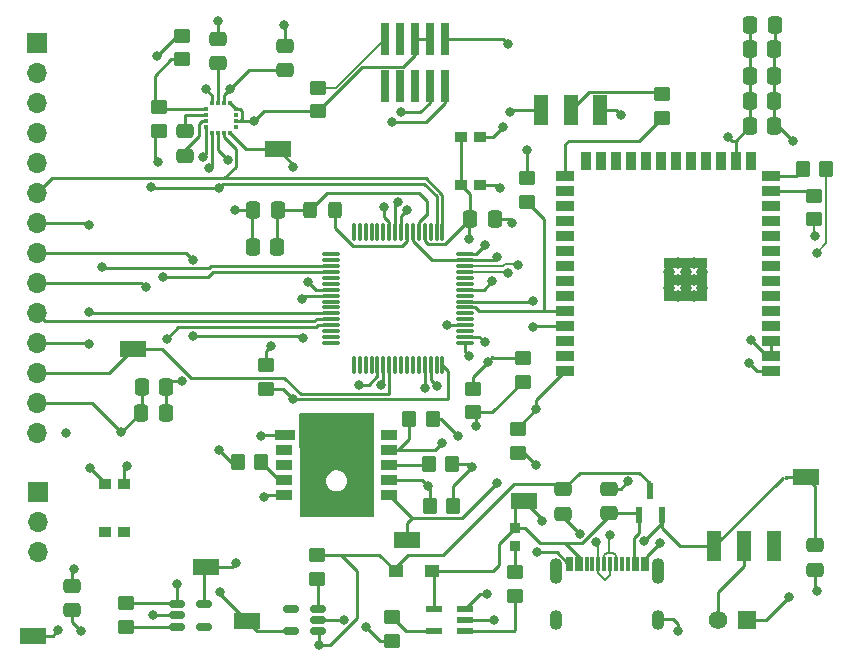
<source format=gbr>
%TF.GenerationSoftware,KiCad,Pcbnew,8.0.7*%
%TF.CreationDate,2024-12-23T22:44:15-05:00*%
%TF.ProjectId,OverSoon,4f766572-536f-46f6-9e2e-6b696361645f,rev?*%
%TF.SameCoordinates,Original*%
%TF.FileFunction,Copper,L1,Top*%
%TF.FilePolarity,Positive*%
%FSLAX46Y46*%
G04 Gerber Fmt 4.6, Leading zero omitted, Abs format (unit mm)*
G04 Created by KiCad (PCBNEW 8.0.7) date 2024-12-23 22:44:15*
%MOMM*%
%LPD*%
G01*
G04 APERTURE LIST*
G04 Aperture macros list*
%AMRoundRect*
0 Rectangle with rounded corners*
0 $1 Rounding radius*
0 $2 $3 $4 $5 $6 $7 $8 $9 X,Y pos of 4 corners*
0 Add a 4 corners polygon primitive as box body*
4,1,4,$2,$3,$4,$5,$6,$7,$8,$9,$2,$3,0*
0 Add four circle primitives for the rounded corners*
1,1,$1+$1,$2,$3*
1,1,$1+$1,$4,$5*
1,1,$1+$1,$6,$7*
1,1,$1+$1,$8,$9*
0 Add four rect primitives between the rounded corners*
20,1,$1+$1,$2,$3,$4,$5,0*
20,1,$1+$1,$4,$5,$6,$7,0*
20,1,$1+$1,$6,$7,$8,$9,0*
20,1,$1+$1,$8,$9,$2,$3,0*%
G04 Aperture macros list end*
%TA.AperFunction,SMDPad,CuDef*%
%ADD10RoundRect,0.250000X-0.475000X0.337500X-0.475000X-0.337500X0.475000X-0.337500X0.475000X0.337500X0*%
%TD*%
%TA.AperFunction,SMDPad,CuDef*%
%ADD11RoundRect,0.250000X-0.337500X-0.475000X0.337500X-0.475000X0.337500X0.475000X-0.337500X0.475000X0*%
%TD*%
%TA.AperFunction,SMDPad,CuDef*%
%ADD12RoundRect,0.250000X0.450000X-0.350000X0.450000X0.350000X-0.450000X0.350000X-0.450000X-0.350000X0*%
%TD*%
%TA.AperFunction,SMDPad,CuDef*%
%ADD13R,0.930000X0.910000*%
%TD*%
%TA.AperFunction,SMDPad,CuDef*%
%ADD14RoundRect,0.250000X0.350000X0.450000X-0.350000X0.450000X-0.350000X-0.450000X0.350000X-0.450000X0*%
%TD*%
%TA.AperFunction,SMDPad,CuDef*%
%ADD15RoundRect,0.250000X-0.450000X0.350000X-0.450000X-0.350000X0.450000X-0.350000X0.450000X0.350000X0*%
%TD*%
%TA.AperFunction,SMDPad,CuDef*%
%ADD16RoundRect,0.250000X0.475000X-0.337500X0.475000X0.337500X-0.475000X0.337500X-0.475000X-0.337500X0*%
%TD*%
%TA.AperFunction,SMDPad,CuDef*%
%ADD17R,0.450000X0.300000*%
%TD*%
%TA.AperFunction,SMDPad,CuDef*%
%ADD18R,0.300000X0.450000*%
%TD*%
%TA.AperFunction,SMDPad,CuDef*%
%ADD19R,1.200000X2.500000*%
%TD*%
%TA.AperFunction,SMDPad,CuDef*%
%ADD20R,0.558800X1.320800*%
%TD*%
%TA.AperFunction,SMDPad,CuDef*%
%ADD21R,1.676400X0.863600*%
%TD*%
%TA.AperFunction,SMDPad,CuDef*%
%ADD22R,1.422400X0.863600*%
%TD*%
%TA.AperFunction,SMDPad,CuDef*%
%ADD23R,2.200000X1.400000*%
%TD*%
%TA.AperFunction,SMDPad,CuDef*%
%ADD24RoundRect,0.250000X-0.350000X-0.450000X0.350000X-0.450000X0.350000X0.450000X-0.350000X0.450000X0*%
%TD*%
%TA.AperFunction,SMDPad,CuDef*%
%ADD25R,0.650000X2.760000*%
%TD*%
%TA.AperFunction,ComponentPad*%
%ADD26R,1.700000X1.700000*%
%TD*%
%TA.AperFunction,ComponentPad*%
%ADD27O,1.700000X1.700000*%
%TD*%
%TA.AperFunction,SMDPad,CuDef*%
%ADD28RoundRect,0.150000X-0.512500X-0.150000X0.512500X-0.150000X0.512500X0.150000X-0.512500X0.150000X0*%
%TD*%
%TA.AperFunction,SMDPad,CuDef*%
%ADD29R,1.500000X0.900000*%
%TD*%
%TA.AperFunction,SMDPad,CuDef*%
%ADD30R,0.900000X1.500000*%
%TD*%
%TA.AperFunction,SMDPad,CuDef*%
%ADD31R,0.900000X0.900000*%
%TD*%
%TA.AperFunction,ComponentPad*%
%ADD32C,1.000000*%
%TD*%
%TA.AperFunction,SMDPad,CuDef*%
%ADD33RoundRect,0.250000X0.325000X0.450000X-0.325000X0.450000X-0.325000X-0.450000X0.325000X-0.450000X0*%
%TD*%
%TA.AperFunction,SMDPad,CuDef*%
%ADD34R,1.320800X0.508000*%
%TD*%
%TA.AperFunction,SMDPad,CuDef*%
%ADD35R,0.990600X0.889000*%
%TD*%
%TA.AperFunction,SMDPad,CuDef*%
%ADD36RoundRect,0.150000X0.512500X0.150000X-0.512500X0.150000X-0.512500X-0.150000X0.512500X-0.150000X0*%
%TD*%
%TA.AperFunction,SMDPad,CuDef*%
%ADD37RoundRect,0.250000X0.337500X0.475000X-0.337500X0.475000X-0.337500X-0.475000X0.337500X-0.475000X0*%
%TD*%
%TA.AperFunction,SMDPad,CuDef*%
%ADD38RoundRect,0.075000X-0.662500X-0.075000X0.662500X-0.075000X0.662500X0.075000X-0.662500X0.075000X0*%
%TD*%
%TA.AperFunction,SMDPad,CuDef*%
%ADD39RoundRect,0.075000X-0.075000X-0.662500X0.075000X-0.662500X0.075000X0.662500X-0.075000X0.662500X0*%
%TD*%
%TA.AperFunction,SMDPad,CuDef*%
%ADD40R,0.300000X1.150000*%
%TD*%
%TA.AperFunction,ComponentPad*%
%ADD41O,1.100000X2.200000*%
%TD*%
%TA.AperFunction,ComponentPad*%
%ADD42O,1.100000X1.700000*%
%TD*%
%TA.AperFunction,SMDPad,CuDef*%
%ADD43R,1.143000X1.092200*%
%TD*%
%TA.AperFunction,ComponentPad*%
%ADD44R,1.575000X1.575000*%
%TD*%
%TA.AperFunction,ComponentPad*%
%ADD45C,1.575000*%
%TD*%
%TA.AperFunction,ViaPad*%
%ADD46C,0.800000*%
%TD*%
%TA.AperFunction,Conductor*%
%ADD47C,0.250000*%
%TD*%
%TA.AperFunction,Conductor*%
%ADD48C,0.152400*%
%TD*%
%TA.AperFunction,Conductor*%
%ADD49C,0.200000*%
%TD*%
G04 APERTURE END LIST*
D10*
%TO.P,C3,1*%
%TO.N,Net-(U2-D)*%
X217246200Y-137980600D03*
%TO.P,C3,2*%
%TO.N,GND*%
X217246200Y-140055600D03*
%TD*%
D11*
%TO.P,C11,1*%
%TO.N,Net-(U11-~{RESET})*%
X209346800Y-115138200D03*
%TO.P,C11,2*%
%TO.N,GND*%
X211421800Y-115138200D03*
%TD*%
D12*
%TO.P,R15,1*%
%TO.N,+BATT*%
X213817200Y-128879600D03*
%TO.P,R15,2*%
%TO.N,Net-(U11-~{RESET})*%
X213817200Y-126879600D03*
%TD*%
D13*
%TO.P,D1,A*%
%TO.N,VBUS*%
X213106000Y-141304200D03*
%TO.P,D1,C*%
%TO.N,Net-(D1-PadC)*%
X213106000Y-142824200D03*
%TD*%
D14*
%TO.P,R12,1*%
%TO.N,D+*%
X239496600Y-110871000D03*
%TO.P,R12,2*%
%TO.N,Net-(U7-IO20)*%
X237496600Y-110871000D03*
%TD*%
D15*
%TO.P,R13,1*%
%TO.N,Net-(SW2-B)*%
X225577400Y-104546400D03*
%TO.P,R13,2*%
%TO.N,Net-(U7-IO0)*%
X225577400Y-106546400D03*
%TD*%
D16*
%TO.P,C9,1*%
%TO.N,Net-(U6-C1)*%
X187960000Y-101904800D03*
%TO.P,C9,2*%
%TO.N,GND*%
X187960000Y-99829800D03*
%TD*%
D17*
%TO.P,U6,1,VDDIO*%
%TO.N,Net-(U6-VDDIO)*%
X186964400Y-105777600D03*
%TO.P,U6,2,SETC*%
%TO.N,Net-(U6-SETC)*%
X186964400Y-106277600D03*
%TO.P,U6,3,SETP*%
%TO.N,Net-(U6-SETP)*%
X186964400Y-106777600D03*
%TO.P,U6,4,SCL/SPC*%
%TO.N,SCLK*%
X186964400Y-107277600D03*
D18*
%TO.P,U6,5,GND*%
%TO.N,GND*%
X187489400Y-107802600D03*
%TO.P,U6,6,SDA/SDI/SDO*%
%TO.N,to_MOSI*%
X187989400Y-107802600D03*
%TO.P,U6,7,SDO/SAO*%
%TO.N,to_MISO*%
X188489400Y-107802600D03*
%TO.P,U6,8,CS*%
%TO.N,ACCEL_CS*%
X188989400Y-107802600D03*
D17*
%TO.P,U6,9,INT2*%
%TO.N,unconnected-(U6-INT2-Pad9)*%
X189514400Y-107277600D03*
%TO.P,U6,10,GND*%
%TO.N,GND*%
X189514400Y-106777600D03*
%TO.P,U6,11,INT1*%
%TO.N,unconnected-(U6-INT1-Pad11)*%
X189514400Y-106277600D03*
%TO.P,U6,12,GND*%
%TO.N,GND*%
X189514400Y-105777600D03*
D18*
%TO.P,U6,13,GND*%
X188989400Y-105252600D03*
%TO.P,U6,14,VDD*%
%TO.N,+3V3*%
X188489400Y-105252600D03*
%TO.P,U6,15,C1*%
%TO.N,Net-(U6-C1)*%
X187989400Y-105252600D03*
%TO.P,U6,16,GND*%
%TO.N,GND*%
X187489400Y-105252600D03*
%TD*%
D10*
%TO.P,C8,1*%
%TO.N,Net-(U6-SETC)*%
X185191400Y-107653000D03*
%TO.P,C8,2*%
%TO.N,Net-(U6-SETP)*%
X185191400Y-109728000D03*
%TD*%
D19*
%TO.P,SW2,1,A*%
%TO.N,GND*%
X220355800Y-105899400D03*
%TO.P,SW2,2,B*%
%TO.N,Net-(SW2-B)*%
X217855800Y-105899400D03*
%TO.P,SW2,3,C*%
%TO.N,+3V3*%
X215355800Y-105899400D03*
%TD*%
D20*
%TO.P,U2,1,G*%
%TO.N,VBUS*%
X223621600Y-140182600D03*
%TO.P,U2,2,S*%
%TO.N,+BATT*%
X225552000Y-140182600D03*
%TO.P,U2,3,D*%
%TO.N,Net-(U2-D)*%
X224586800Y-138150600D03*
%TD*%
D21*
%TO.P,U5,1,FORCE_ON*%
%TO.N,+3V3*%
X193700400Y-133389350D03*
D22*
%TO.P,U5,2,1PPS*%
%TO.N,unconnected-(U5-1PPS-Pad2)*%
X193573400Y-134659350D03*
%TO.P,U5,3,TX*%
%TO.N,unconnected-(U5-TX-Pad3)*%
X193573400Y-135929350D03*
%TO.P,U5,4,VCC*%
%TO.N,Net-(U5-VCC)*%
X193573400Y-137199350D03*
%TO.P,U5,5,GND*%
%TO.N,GND*%
X193573400Y-138469350D03*
%TO.P,U5,6,WAKEUP*%
%TO.N,GPS_WAKEUP*%
X202514200Y-138469350D03*
%TO.P,U5,7,RST*%
%TO.N,SDA*%
X202514200Y-137199350D03*
%TO.P,U5,8,'RESET*%
%TO.N,Net-(U5-'RESET)*%
X202514200Y-135929350D03*
%TO.P,U5,9,CTS*%
%TO.N,SCL*%
X202514200Y-134659350D03*
%TO.P,U5,10,RX*%
%TO.N,unconnected-(U5-RX-Pad10)*%
X202514200Y-133389350D03*
%TD*%
D23*
%TO.P,TP7,1*%
%TO.N,ACCEL_CS*%
X193040000Y-109194600D03*
%TD*%
D24*
%TO.P,R6,1*%
%TO.N,Net-(U5-'RESET)*%
X205848200Y-135839200D03*
%TO.P,R6,2*%
%TO.N,+3V3*%
X207848200Y-135839200D03*
%TD*%
D25*
%TO.P,J3,1,1*%
%TO.N,+3V3*%
X207238600Y-99822000D03*
%TO.P,J3,2,2*%
%TO.N,TMS*%
X207238600Y-103862000D03*
%TO.P,J3,3,3*%
%TO.N,GND*%
X205968600Y-99822000D03*
%TO.P,J3,4,4*%
%TO.N,TCK*%
X205968600Y-103862000D03*
%TO.P,J3,5,5*%
%TO.N,GND*%
X204698600Y-99822000D03*
%TO.P,J3,6,6*%
%TO.N,unconnected-(J3-Pad6)*%
X204698600Y-103862000D03*
%TO.P,J3,7,7*%
%TO.N,unconnected-(J3-Pad7)*%
X203428600Y-99822000D03*
%TO.P,J3,8,8*%
%TO.N,unconnected-(J3-Pad8)*%
X203428600Y-103862000D03*
%TO.P,J3,9,9*%
%TO.N,Net-(J3-Pad9)*%
X202158600Y-99822000D03*
%TO.P,J3,10,10*%
%TO.N,unconnected-(J3-Pad10)*%
X202158600Y-103862000D03*
%TD*%
D23*
%TO.P,TP5,1*%
%TO.N,+1V8*%
X190474600Y-149174200D03*
%TD*%
D26*
%TO.P,U8,1,T_IRQ*%
%TO.N,unconnected-(U8-T_IRQ-Pad1)*%
X172694600Y-100203000D03*
D27*
%TO.P,U8,2,T_D0*%
%TO.N,unconnected-(U8-T_D0-Pad2)*%
X172694600Y-102743000D03*
%TO.P,U8,3,T_DIN*%
%TO.N,unconnected-(U8-T_DIN-Pad3)*%
X172694600Y-105283000D03*
%TO.P,U8,4,T_CS*%
%TO.N,unconnected-(U8-T_CS-Pad4)*%
X172694600Y-107823000D03*
%TO.P,U8,5,T_CLK*%
%TO.N,unconnected-(U8-T_CLK-Pad5)*%
X172694600Y-110363000D03*
%TO.P,U8,6,MISO*%
%TO.N,to_MISO*%
X172694600Y-112903000D03*
%TO.P,U8,7,LED*%
%TO.N,SCREEN_LED*%
X172694600Y-115443000D03*
%TO.P,U8,8,SCK*%
%TO.N,SCLK*%
X172694600Y-117983000D03*
%TO.P,U8,9,MOSI*%
%TO.N,to_MOSI*%
X172694600Y-120523000D03*
%TO.P,U8,10,DC*%
%TO.N,SCREEN_D{slash}C*%
X172694600Y-123063000D03*
%TO.P,U8,11,RESET*%
%TO.N,Net-(U8-RESET)*%
X172694600Y-125603000D03*
%TO.P,U8,12,CS*%
%TO.N,SCREEN_CS*%
X172694600Y-128143000D03*
%TO.P,U8,13,GND*%
%TO.N,GND*%
X172694600Y-130683000D03*
%TO.P,U8,14,VCC*%
%TO.N,+3V3*%
X172694600Y-133223000D03*
%TD*%
D14*
%TO.P,R19,1*%
%TO.N,Net-(U5-VCC)*%
X191668400Y-135661400D03*
%TO.P,R19,2*%
%TO.N,+3V3*%
X189668400Y-135661400D03*
%TD*%
D10*
%TO.P,C2,1*%
%TO.N,+BATT*%
X238582200Y-142722600D03*
%TO.P,C2,2*%
%TO.N,GND*%
X238582200Y-144797600D03*
%TD*%
D12*
%TO.P,R3,1*%
%TO.N,VBUS*%
X213360000Y-134924800D03*
%TO.P,R3,2*%
%TO.N,GND*%
X213360000Y-132924800D03*
%TD*%
D19*
%TO.P,SW1,1,A*%
%TO.N,unconnected-(SW1-A-Pad1)*%
X235033400Y-142831000D03*
%TO.P,SW1,2,B*%
%TO.N,Net-(SW1-B)*%
X232533400Y-142831000D03*
%TO.P,SW1,3,C*%
%TO.N,+BATT*%
X230033400Y-142831000D03*
%TD*%
D28*
%TO.P,U3,1,VIN*%
%TO.N,Net-(U2-D)*%
X184561900Y-147716200D03*
%TO.P,U3,2,GND*%
%TO.N,GND*%
X184561900Y-148666200D03*
%TO.P,U3,3,EN*%
%TO.N,Net-(U3-EN)*%
X184561900Y-149616200D03*
%TO.P,U3,4,NC*%
%TO.N,unconnected-(U3-NC-Pad4)*%
X186836900Y-149616200D03*
%TO.P,U3,5,VOUT*%
%TO.N,+3V3*%
X186836900Y-147716200D03*
%TD*%
D15*
%TO.P,R16,1*%
%TO.N,+3V3*%
X192074800Y-127457200D03*
%TO.P,R16,2*%
%TO.N,ACCEL_CS*%
X192074800Y-129457200D03*
%TD*%
D16*
%TO.P,C10,1*%
%TO.N,+3V3*%
X193675000Y-102514400D03*
%TO.P,C10,2*%
%TO.N,GND*%
X193675000Y-100439400D03*
%TD*%
D29*
%TO.P,U7,1,GND*%
%TO.N,GND*%
X234860800Y-127970600D03*
%TO.P,U7,2,3V3*%
%TO.N,+3V3*%
X234860800Y-126700600D03*
%TO.P,U7,3,EN*%
X234860800Y-125430600D03*
%TO.P,U7,4,IO4*%
%TO.N,unconnected-(U7-IO4-Pad4)*%
X234860800Y-124160600D03*
%TO.P,U7,5,IO5*%
%TO.N,unconnected-(U7-IO5-Pad5)*%
X234860800Y-122890600D03*
%TO.P,U7,6,IO6*%
%TO.N,unconnected-(U7-IO6-Pad6)*%
X234860800Y-121620600D03*
%TO.P,U7,7,IO7*%
%TO.N,unconnected-(U7-IO7-Pad7)*%
X234860800Y-120350600D03*
%TO.P,U7,8,IO15*%
%TO.N,unconnected-(U7-IO15-Pad8)*%
X234860800Y-119080600D03*
%TO.P,U7,9,IO16*%
%TO.N,unconnected-(U7-IO16-Pad9)*%
X234860800Y-117810600D03*
%TO.P,U7,10,IO17*%
%TO.N,unconnected-(U7-IO17-Pad10)*%
X234860800Y-116540600D03*
%TO.P,U7,11,IO18*%
%TO.N,unconnected-(U7-IO18-Pad11)*%
X234860800Y-115270600D03*
%TO.P,U7,12,IO8*%
%TO.N,unconnected-(U7-IO8-Pad12)*%
X234860800Y-114000600D03*
%TO.P,U7,13,IO19*%
%TO.N,Net-(U7-IO19)*%
X234860800Y-112730600D03*
%TO.P,U7,14,IO20*%
%TO.N,Net-(U7-IO20)*%
X234860800Y-111460600D03*
D30*
%TO.P,U7,15,IO3*%
%TO.N,unconnected-(U7-IO3-Pad15)*%
X233095800Y-110210600D03*
%TO.P,U7,16,IO46*%
%TO.N,GND*%
X231825800Y-110210600D03*
%TO.P,U7,17,IO9*%
%TO.N,unconnected-(U7-IO9-Pad17)*%
X230555800Y-110210600D03*
%TO.P,U7,18,IO10*%
%TO.N,unconnected-(U7-IO10-Pad18)*%
X229285800Y-110210600D03*
%TO.P,U7,19,IO11*%
%TO.N,unconnected-(U7-IO11-Pad19)*%
X228015800Y-110210600D03*
%TO.P,U7,20,IO12*%
%TO.N,unconnected-(U7-IO12-Pad20)*%
X226745800Y-110210600D03*
%TO.P,U7,21,IO13*%
%TO.N,unconnected-(U7-IO13-Pad21)*%
X225475800Y-110210600D03*
%TO.P,U7,22,IO14*%
%TO.N,unconnected-(U7-IO14-Pad22)*%
X224205800Y-110210600D03*
%TO.P,U7,23,IO21*%
%TO.N,unconnected-(U7-IO21-Pad23)*%
X222935800Y-110210600D03*
%TO.P,U7,24,IO47*%
%TO.N,unconnected-(U7-IO47-Pad24)*%
X221665800Y-110210600D03*
%TO.P,U7,25,IO48*%
%TO.N,unconnected-(U7-IO48-Pad25)*%
X220395800Y-110210600D03*
%TO.P,U7,26,IO45*%
%TO.N,unconnected-(U7-IO45-Pad26)*%
X219125800Y-110210600D03*
D29*
%TO.P,U7,27,IO0*%
%TO.N,Net-(U7-IO0)*%
X217360800Y-111460600D03*
%TO.P,U7,28,IO35*%
%TO.N,unconnected-(U7-IO35-Pad28)*%
X217360800Y-112730600D03*
%TO.P,U7,29,IO36*%
%TO.N,unconnected-(U7-IO36-Pad29)*%
X217360800Y-114000600D03*
%TO.P,U7,30,IO37*%
%TO.N,unconnected-(U7-IO37-Pad30)*%
X217360800Y-115270600D03*
%TO.P,U7,31,IO38*%
%TO.N,unconnected-(U7-IO38-Pad31)*%
X217360800Y-116540600D03*
%TO.P,U7,32,IO39*%
%TO.N,unconnected-(U7-IO39-Pad32)*%
X217360800Y-117810600D03*
%TO.P,U7,33,IO40*%
%TO.N,unconnected-(U7-IO40-Pad33)*%
X217360800Y-119080600D03*
%TO.P,U7,34,IO41*%
%TO.N,unconnected-(U7-IO41-Pad34)*%
X217360800Y-120350600D03*
%TO.P,U7,35,IO42*%
%TO.N,unconnected-(U7-IO42-Pad35)*%
X217360800Y-121620600D03*
%TO.P,U7,36,RXD0*%
%TO.N,MCU_TX*%
X217360800Y-122890600D03*
%TO.P,U7,37,TXD0*%
%TO.N,MCU_RX*%
X217360800Y-124160600D03*
%TO.P,U7,38,IO2*%
%TO.N,unconnected-(U7-IO2-Pad38)*%
X217360800Y-125430600D03*
%TO.P,U7,39,IO1*%
%TO.N,unconnected-(U7-IO1-Pad39)*%
X217360800Y-126700600D03*
%TO.P,U7,40,GND*%
%TO.N,GND*%
X217360800Y-127970600D03*
D31*
%TO.P,U7,41_1,GND*%
X227610800Y-120250600D03*
%TO.P,U7,41_2,GND*%
X229010800Y-120250600D03*
%TO.P,U7,41_3,GND*%
X226210800Y-120250600D03*
%TO.P,U7,41_4,GND*%
X229010800Y-118850600D03*
%TO.P,U7,41_5,GND*%
X227610800Y-118850600D03*
%TO.P,U7,41_6,GND*%
X226210800Y-118850600D03*
%TO.P,U7,41_7,GND*%
X229010800Y-121650600D03*
%TO.P,U7,41_8,GND*%
X227610800Y-121650600D03*
%TO.P,U7,41_9,GND*%
X226210800Y-121650600D03*
D32*
%TO.P,U7,41_10*%
%TO.N,N/C*%
X227610800Y-120950600D03*
%TO.P,U7,41_11*%
X229010800Y-120950600D03*
%TO.P,U7,41_12*%
X226210800Y-120950600D03*
%TO.P,U7,41_13*%
X229010800Y-119550600D03*
%TO.P,U7,41_14*%
X227610800Y-119550600D03*
%TO.P,U7,41_15*%
X226210800Y-119550600D03*
%TO.P,U7,41_16*%
X228310800Y-121650600D03*
%TO.P,U7,41_17*%
X226910800Y-121650600D03*
%TO.P,U7,41_18*%
X228310800Y-120250600D03*
%TO.P,U7,41_19*%
X226910800Y-120250600D03*
%TO.P,U7,41_20*%
X228310800Y-118850600D03*
%TO.P,U7,41_21*%
X226910800Y-118850600D03*
%TD*%
D15*
%TO.P,R5,1*%
%TO.N,Net-(U2-D)*%
X196418200Y-143560800D03*
%TO.P,R5,2*%
%TO.N,Net-(U4-EN)*%
X196418200Y-145560800D03*
%TD*%
D33*
%TO.P,L1,1,1*%
%TO.N,Net-(U11-VSW)*%
X197866000Y-114300000D03*
%TO.P,L1,2,2*%
%TO.N,Net-(U11-VDDCORE)*%
X195816000Y-114300000D03*
%TD*%
D11*
%TO.P,C14,1*%
%TO.N,GND*%
X233037200Y-102997000D03*
%TO.P,C14,2*%
%TO.N,+3V3*%
X235112200Y-102997000D03*
%TD*%
D24*
%TO.P,R7,1*%
%TO.N,SDA*%
X205917800Y-139395200D03*
%TO.P,R7,2*%
%TO.N,+3V3*%
X207917800Y-139395200D03*
%TD*%
D16*
%TO.P,C1,1*%
%TO.N,VBUS*%
X221107000Y-140026300D03*
%TO.P,C1,2*%
%TO.N,GND*%
X221107000Y-137951300D03*
%TD*%
D12*
%TO.P,R11,1*%
%TO.N,D-*%
X238480600Y-115138200D03*
%TO.P,R11,2*%
%TO.N,Net-(U7-IO19)*%
X238480600Y-113138200D03*
%TD*%
D23*
%TO.P,TP8,1*%
%TO.N,SCREEN_CS*%
X180822600Y-126085600D03*
%TD*%
D15*
%TO.P,R10,1*%
%TO.N,+3V3*%
X184937400Y-99593400D03*
%TO.P,R10,2*%
%TO.N,Net-(U6-VDDIO)*%
X184937400Y-101593400D03*
%TD*%
D23*
%TO.P,TP3,1*%
%TO.N,VBUS*%
X213868000Y-138963400D03*
%TD*%
D15*
%TO.P,R9,1*%
%TO.N,Net-(U6-VDDIO)*%
X182981600Y-105654600D03*
%TO.P,R9,2*%
%TO.N,+1V8*%
X182981600Y-107654600D03*
%TD*%
D34*
%TO.P,U1,1,STAT*%
%TO.N,Net-(U1-STAT)*%
X208915000Y-150022601D03*
%TO.P,U1,2,VSS*%
%TO.N,GND*%
X208915000Y-149072600D03*
%TO.P,U1,3,VBAT*%
%TO.N,+BATT*%
X208915000Y-148122599D03*
%TO.P,U1,4,VDD*%
%TO.N,VBUS*%
X206324200Y-148122599D03*
%TO.P,U1,5,PROG*%
%TO.N,Net-(U1-PROG)*%
X206324200Y-150022601D03*
%TD*%
D11*
%TO.P,C16,1*%
%TO.N,GND*%
X233023700Y-107264200D03*
%TO.P,C16,2*%
%TO.N,+3V3*%
X235098700Y-107264200D03*
%TD*%
D12*
%TO.P,R1,1*%
%TO.N,Net-(U1-STAT)*%
X213106000Y-146989800D03*
%TO.P,R1,2*%
%TO.N,Net-(D1-PadC)*%
X213106000Y-144989800D03*
%TD*%
D15*
%TO.P,R18,1*%
%TO.N,+3V3*%
X214147400Y-111665000D03*
%TO.P,R18,2*%
%TO.N,MCU_TX*%
X214147400Y-113665000D03*
%TD*%
D23*
%TO.P,TP2,1*%
%TO.N,+BATT*%
X237820200Y-136956800D03*
%TD*%
D35*
%TO.P,U10,1,1*%
%TO.N,Net-(U11-~{RESET})*%
X208584800Y-108153200D03*
%TO.P,U10,2,2*%
%TO.N,GND*%
X210184802Y-108153200D03*
%TO.P,U10,3,3*%
%TO.N,Net-(U11-~{RESET})*%
X208584800Y-112253196D03*
%TO.P,U10,4,4*%
%TO.N,GND*%
X210184802Y-112253196D03*
%TD*%
%TO.P,U9,1,1*%
%TO.N,Net-(U8-RESET)*%
X178460400Y-137505004D03*
%TO.P,U9,2,2*%
%TO.N,GND*%
X180060402Y-137505004D03*
%TO.P,U9,3,3*%
%TO.N,unconnected-(U9-Pad3)*%
X178460400Y-141605000D03*
%TO.P,U9,4,4*%
%TO.N,unconnected-(U9-Pad4)*%
X180060402Y-141605000D03*
%TD*%
D36*
%TO.P,U4,1,VIN*%
%TO.N,Net-(U2-D)*%
X196438100Y-149997200D03*
%TO.P,U4,2,GND*%
%TO.N,GND*%
X196438100Y-149047200D03*
%TO.P,U4,3,EN*%
%TO.N,Net-(U4-EN)*%
X196438100Y-148097200D03*
%TO.P,U4,4,NC*%
%TO.N,unconnected-(U4-NC-Pad4)*%
X194163100Y-148097200D03*
%TO.P,U4,5,VOUT*%
%TO.N,+1V8*%
X194163100Y-149997200D03*
%TD*%
D37*
%TO.P,C5,1*%
%TO.N,+1V8*%
X183616600Y-129311400D03*
%TO.P,C5,2*%
%TO.N,GND*%
X181541600Y-129311400D03*
%TD*%
%TO.P,C7,1*%
%TO.N,+1V8*%
X183591200Y-131495800D03*
%TO.P,C7,2*%
%TO.N,GND*%
X181516200Y-131495800D03*
%TD*%
D38*
%TO.P,U11,1,PA00*%
%TO.N,unconnected-(U11-PA00-Pad1)*%
X197588300Y-118093800D03*
%TO.P,U11,2,PA01*%
%TO.N,unconnected-(U11-PA01-Pad2)*%
X197588300Y-118593800D03*
%TO.P,U11,3,PA02*%
%TO.N,EX1*%
X197588300Y-119093800D03*
%TO.P,U11,4,PA03*%
%TO.N,EX2*%
X197588300Y-119593800D03*
%TO.P,U11,5,PB04*%
%TO.N,unconnected-(U11-PB04-Pad5)*%
X197588300Y-120093800D03*
%TO.P,U11,6,PB05*%
%TO.N,unconnected-(U11-PB05-Pad6)*%
X197588300Y-120593800D03*
%TO.P,U11,7,GNDANA*%
%TO.N,GND*%
X197588300Y-121093800D03*
%TO.P,U11,8,VDDANA*%
%TO.N,+3V3*%
X197588300Y-121593800D03*
%TO.P,U11,9,PB06*%
%TO.N,unconnected-(U11-PB06-Pad9)*%
X197588300Y-122093800D03*
%TO.P,U11,10,PB07*%
%TO.N,unconnected-(U11-PB07-Pad10)*%
X197588300Y-122593800D03*
%TO.P,U11,11,PB08*%
%TO.N,SCREEN_LED*%
X197588300Y-123093800D03*
%TO.P,U11,12,PB09*%
%TO.N,SCREEN_D{slash}C*%
X197588300Y-123593800D03*
%TO.P,U11,13,PA04*%
%TO.N,EX3*%
X197588300Y-124093800D03*
%TO.P,U11,14,PA05*%
%TO.N,unconnected-(U11-PA05-Pad14)*%
X197588300Y-124593800D03*
%TO.P,U11,15,PA06*%
%TO.N,unconnected-(U11-PA06-Pad15)*%
X197588300Y-125093800D03*
%TO.P,U11,16,PA07*%
%TO.N,unconnected-(U11-PA07-Pad16)*%
X197588300Y-125593800D03*
D39*
%TO.P,U11,17,PA08*%
%TO.N,unconnected-(U11-PA08-Pad17)*%
X199500800Y-127506300D03*
%TO.P,U11,18,PA09*%
%TO.N,unconnected-(U11-PA09-Pad18)*%
X200000800Y-127506300D03*
%TO.P,U11,19,PA10*%
%TO.N,unconnected-(U11-PA10-Pad19)*%
X200500800Y-127506300D03*
%TO.P,U11,20,PA11*%
%TO.N,unconnected-(U11-PA11-Pad20)*%
X201000800Y-127506300D03*
%TO.P,U11,21,VDDIOB*%
%TO.N,+3V3*%
X201500800Y-127506300D03*
%TO.P,U11,22,GND*%
%TO.N,GND*%
X202000800Y-127506300D03*
%TO.P,U11,23,PB10*%
%TO.N,SCREEN_CS*%
X202500800Y-127506300D03*
%TO.P,U11,24,PB11*%
%TO.N,unconnected-(U11-PB11-Pad24)*%
X203000800Y-127506300D03*
%TO.P,U11,25,PB12*%
%TO.N,unconnected-(U11-PB12-Pad25)*%
X203500800Y-127506300D03*
%TO.P,U11,26,PB13*%
%TO.N,unconnected-(U11-PB13-Pad26)*%
X204000800Y-127506300D03*
%TO.P,U11,27,PB14*%
%TO.N,unconnected-(U11-PB14-Pad27)*%
X204500800Y-127506300D03*
%TO.P,U11,28,PB15*%
%TO.N,unconnected-(U11-PB15-Pad28)*%
X205000800Y-127506300D03*
%TO.P,U11,29,PA12*%
%TO.N,SDA*%
X205500800Y-127506300D03*
%TO.P,U11,30,PA13*%
%TO.N,SCL*%
X206000800Y-127506300D03*
%TO.P,U11,31,PA14*%
%TO.N,unconnected-(U11-PA14-Pad31)*%
X206500800Y-127506300D03*
%TO.P,U11,32,PA15*%
%TO.N,ACCEL_CS*%
X207000800Y-127506300D03*
D38*
%TO.P,U11,33,GND*%
%TO.N,GND*%
X208913300Y-125593800D03*
%TO.P,U11,34,VDDIO*%
%TO.N,+3V3*%
X208913300Y-125093800D03*
%TO.P,U11,35,PA16*%
%TO.N,unconnected-(U11-PA16-Pad35)*%
X208913300Y-124593800D03*
%TO.P,U11,36,PA17*%
%TO.N,SCLK*%
X208913300Y-124093800D03*
%TO.P,U11,37,PA18*%
%TO.N,unconnected-(U11-PA18-Pad37)*%
X208913300Y-123593800D03*
%TO.P,U11,38,PA19*%
%TO.N,unconnected-(U11-PA19-Pad38)*%
X208913300Y-123093800D03*
%TO.P,U11,39,PB16*%
%TO.N,MCU_TX*%
X208913300Y-122593800D03*
%TO.P,U11,40,PB17*%
%TO.N,MCU_RX*%
X208913300Y-122093800D03*
%TO.P,U11,41,PA20*%
%TO.N,unconnected-(U11-PA20-Pad41)*%
X208913300Y-121593800D03*
%TO.P,U11,42,PA21*%
%TO.N,GPS_WAKEUP*%
X208913300Y-121093800D03*
%TO.P,U11,43,PA22*%
%TO.N,unconnected-(U11-PA22-Pad43)*%
X208913300Y-120593800D03*
%TO.P,U11,44,PA23*%
%TO.N,unconnected-(U11-PA23-Pad44)*%
X208913300Y-120093800D03*
%TO.P,U11,45,PA24*%
%TO.N,D-*%
X208913300Y-119593800D03*
%TO.P,U11,46,PA25*%
%TO.N,D+*%
X208913300Y-119093800D03*
%TO.P,U11,47,GND*%
%TO.N,GND*%
X208913300Y-118593800D03*
%TO.P,U11,48,VDDIO*%
%TO.N,+3V3*%
X208913300Y-118093800D03*
D39*
%TO.P,U11,49,PB22*%
%TO.N,to_MISO*%
X207000800Y-116181300D03*
%TO.P,U11,50,PB23*%
%TO.N,to_MOSI*%
X206500800Y-116181300D03*
%TO.P,U11,51,PA27*%
%TO.N,unconnected-(U11-PA27-Pad51)*%
X206000800Y-116181300D03*
%TO.P,U11,52,~{RESET}*%
%TO.N,Net-(U11-~{RESET})*%
X205500800Y-116181300D03*
%TO.P,U11,53,VDDCORE*%
%TO.N,Net-(U11-VDDCORE)*%
X205000800Y-116181300D03*
%TO.P,U11,54,GND*%
%TO.N,GND*%
X204500800Y-116181300D03*
%TO.P,U11,55,VSW*%
%TO.N,Net-(U11-VSW)*%
X204000800Y-116181300D03*
%TO.P,U11,56,VDDIO*%
%TO.N,+3V3*%
X203500800Y-116181300D03*
%TO.P,U11,57,PA30*%
%TO.N,TCK*%
X203000800Y-116181300D03*
%TO.P,U11,58,PA31*%
%TO.N,TMS*%
X202500800Y-116181300D03*
%TO.P,U11,59,PB30*%
%TO.N,unconnected-(U11-PB30-Pad59)*%
X202000800Y-116181300D03*
%TO.P,U11,60,PB31*%
%TO.N,unconnected-(U11-PB31-Pad60)*%
X201500800Y-116181300D03*
%TO.P,U11,61,PB00*%
%TO.N,unconnected-(U11-PB00-Pad61)*%
X201000800Y-116181300D03*
%TO.P,U11,62,PB01*%
%TO.N,unconnected-(U11-PB01-Pad62)*%
X200500800Y-116181300D03*
%TO.P,U11,63,PB02*%
%TO.N,unconnected-(U11-PB02-Pad63)*%
X200000800Y-116181300D03*
%TO.P,U11,64,PB03*%
%TO.N,unconnected-(U11-PB03-Pad64)*%
X199500800Y-116181300D03*
%TD*%
D15*
%TO.P,R14,1*%
%TO.N,Net-(U11-~{RESET})*%
X209600800Y-129463800D03*
%TO.P,R14,2*%
%TO.N,+BATT*%
X209600800Y-131463800D03*
%TD*%
D24*
%TO.P,R8,1*%
%TO.N,SCL*%
X204197200Y-132054600D03*
%TO.P,R8,2*%
%TO.N,+3V3*%
X206197200Y-132054600D03*
%TD*%
D11*
%TO.P,C15,1*%
%TO.N,GND*%
X233023700Y-105130600D03*
%TO.P,C15,2*%
%TO.N,+3V3*%
X235098700Y-105130600D03*
%TD*%
D37*
%TO.P,C6,1*%
%TO.N,+3V3*%
X235120000Y-98653600D03*
%TO.P,C6,2*%
%TO.N,GND*%
X233045000Y-98653600D03*
%TD*%
D11*
%TO.P,C17,1*%
%TO.N,GND*%
X233037200Y-100736400D03*
%TO.P,C17,2*%
%TO.N,+3V3*%
X235112200Y-100736400D03*
%TD*%
D23*
%TO.P,TP6,1*%
%TO.N,GPS_WAKEUP*%
X204040100Y-142290800D03*
%TD*%
%TO.P,TP1,1*%
%TO.N,GND*%
X172364400Y-150393400D03*
%TD*%
D15*
%TO.P,R2,1*%
%TO.N,Net-(U1-PROG)*%
X202742800Y-148834600D03*
%TO.P,R2,2*%
%TO.N,GND*%
X202742800Y-150834600D03*
%TD*%
D40*
%TO.P,J2,A1,GND*%
%TO.N,GND*%
X217606600Y-144327600D03*
%TO.P,J2,A4,VBUS*%
%TO.N,VBUS*%
X218406600Y-144327600D03*
%TO.P,J2,A5,CC1*%
%TO.N,unconnected-(J2-CC1-PadA5)*%
X219706600Y-144327600D03*
%TO.P,J2,A6,D+*%
%TO.N,D+*%
X220706600Y-144327600D03*
%TO.P,J2,A7,D-*%
%TO.N,D-*%
X221206600Y-144327600D03*
%TO.P,J2,A8,SBU1*%
%TO.N,unconnected-(J2-SBU1-PadA8)*%
X222206600Y-144327600D03*
%TO.P,J2,A9,VBUS*%
%TO.N,VBUS*%
X223506600Y-144327600D03*
%TO.P,J2,A12,GND*%
%TO.N,GND*%
X224306600Y-144327600D03*
%TO.P,J2,B1,GND*%
X224006600Y-144327600D03*
%TO.P,J2,B4,VBUS*%
%TO.N,VBUS*%
X223206600Y-144327600D03*
%TO.P,J2,B5,CC2*%
%TO.N,unconnected-(J2-CC2-PadB5)*%
X222706600Y-144327600D03*
%TO.P,J2,B6,D+*%
%TO.N,D+*%
X221706600Y-144327600D03*
%TO.P,J2,B7,D-*%
%TO.N,D-*%
X220206600Y-144327600D03*
%TO.P,J2,B8,SBU2*%
%TO.N,unconnected-(J2-SBU2-PadB8)*%
X219206600Y-144327600D03*
%TO.P,J2,B9,VBUS*%
%TO.N,VBUS*%
X218706600Y-144327600D03*
%TO.P,J2,B12,GND*%
%TO.N,GND*%
X217906600Y-144327600D03*
D41*
%TO.P,J2,S1,SHIELD*%
X216636600Y-144892600D03*
D42*
X216636600Y-149072600D03*
D41*
X225276600Y-144892600D03*
D42*
X225276600Y-149072600D03*
%TD*%
D43*
%TO.P,CR1,1*%
%TO.N,Net-(U2-D)*%
X203034900Y-144932400D03*
%TO.P,CR1,2*%
%TO.N,VBUS*%
X206108300Y-144932400D03*
%TD*%
D44*
%TO.P,J1,1,1*%
%TO.N,GND*%
X232827200Y-149021800D03*
D45*
%TO.P,J1,2,2*%
%TO.N,Net-(SW1-B)*%
X230327200Y-149021800D03*
%TD*%
D37*
%TO.P,C13,1*%
%TO.N,Net-(U11-VDDCORE)*%
X193040000Y-114300000D03*
%TO.P,C13,2*%
%TO.N,GND*%
X190965000Y-114300000D03*
%TD*%
D26*
%TO.P,J4,1,Pin_1*%
%TO.N,EX1*%
X172745400Y-138226800D03*
D27*
%TO.P,J4,2,Pin_2*%
%TO.N,EX2*%
X172745400Y-140766800D03*
%TO.P,J4,3,Pin_3*%
%TO.N,EX3*%
X172745400Y-143306800D03*
%TD*%
D16*
%TO.P,C4,1*%
%TO.N,+3V3*%
X175666400Y-148234400D03*
%TO.P,C4,2*%
%TO.N,GND*%
X175666400Y-146159400D03*
%TD*%
D15*
%TO.P,R4,1*%
%TO.N,Net-(U2-D)*%
X180213000Y-147650200D03*
%TO.P,R4,2*%
%TO.N,Net-(U3-EN)*%
X180213000Y-149650200D03*
%TD*%
D37*
%TO.P,C12,1*%
%TO.N,Net-(U11-VDDCORE)*%
X193014600Y-117449600D03*
%TO.P,C12,2*%
%TO.N,GND*%
X190939600Y-117449600D03*
%TD*%
D15*
%TO.P,R17,1*%
%TO.N,Net-(J3-Pad9)*%
X196500000Y-104000000D03*
%TO.P,R17,2*%
%TO.N,GND*%
X196500000Y-106000000D03*
%TD*%
D23*
%TO.P,TP4,1*%
%TO.N,+3V3*%
X186969400Y-144576800D03*
%TD*%
D46*
%TO.N,VBUS*%
X214884000Y-135915400D03*
X215392000Y-140639800D03*
%TO.N,GND*%
X201789700Y-129159000D03*
X212140602Y-107325596D03*
X186944000Y-104114600D03*
X232968800Y-127304800D03*
X231190800Y-108153200D03*
X222732600Y-137312400D03*
X222123000Y-106324400D03*
X175844200Y-144703800D03*
X198628000Y-149021800D03*
X182499000Y-148615400D03*
X225399600Y-142544800D03*
X180289200Y-135991600D03*
X189407800Y-114300000D03*
X193573400Y-98679000D03*
X238709200Y-146558000D03*
X200355200Y-132232400D03*
X200228200Y-139725400D03*
X191058800Y-106807000D03*
X236347000Y-147066000D03*
X195605400Y-139598400D03*
X214934800Y-131191000D03*
X174447200Y-149936200D03*
X195630800Y-132257800D03*
X211835802Y-112481796D03*
X188010800Y-98374200D03*
X187248800Y-110820200D03*
X191897000Y-138633200D03*
X200507600Y-149606000D03*
X226949000Y-149961600D03*
X179806600Y-133146800D03*
X214985600Y-143332200D03*
X218617800Y-141732000D03*
X212928200Y-115417600D03*
X211328000Y-149072600D03*
X195656200Y-120472200D03*
X209245200Y-126695200D03*
X211632800Y-118310700D03*
%TO.N,+BATT*%
X209880200Y-132664200D03*
X224028000Y-142367000D03*
X210794600Y-146862800D03*
%TO.N,Net-(U2-D)*%
X196519800Y-151206200D03*
X184505600Y-145999200D03*
%TO.N,+3V3*%
X204012800Y-114325400D03*
X182803800Y-101320600D03*
X233121200Y-125323600D03*
X236677200Y-108508800D03*
X176377600Y-149961600D03*
X191617600Y-133477000D03*
X212572600Y-100304600D03*
X210591400Y-125552200D03*
X192481200Y-125857000D03*
X209499200Y-136118600D03*
X188087000Y-134620000D03*
X189001400Y-104114600D03*
X175133000Y-133223000D03*
X195110700Y-121869200D03*
X214147400Y-109270800D03*
X189509400Y-144221200D03*
X212750400Y-106045000D03*
X210591400Y-117322600D03*
X208305400Y-133451600D03*
X199974200Y-129133600D03*
%TO.N,+1V8*%
X184925054Y-128790347D03*
X182880000Y-110261400D03*
X188188600Y-146685000D03*
%TO.N,Net-(U11-~{RESET})*%
X210832700Y-127215900D03*
X209270600Y-116763800D03*
%TO.N,D+*%
X238683800Y-117957600D03*
X213436200Y-119024400D03*
X221208600Y-141884400D03*
%TO.N,D-*%
X212547200Y-119710200D03*
X238531400Y-116560600D03*
X220040200Y-142443200D03*
%TO.N,TMS*%
X202729500Y-106908600D03*
X202072033Y-114067143D03*
%TO.N,TCK*%
X203250800Y-113665000D03*
X203454000Y-106070400D03*
%TO.N,EX1*%
X178181000Y-119176800D03*
%TO.N,EX2*%
X183337200Y-120040400D03*
%TO.N,EX3*%
X183642000Y-125247400D03*
%TO.N,SDA*%
X205790800Y-137693400D03*
X205536800Y-129413000D03*
%TO.N,SCL*%
X206933800Y-134061200D03*
X206527400Y-129260600D03*
%TO.N,ACCEL_CS*%
X194335400Y-110693200D03*
X194386200Y-130327400D03*
%TO.N,GPS_WAKEUP*%
X211226400Y-120370600D03*
X211582000Y-137490200D03*
%TO.N,SCLK*%
X195173600Y-125171200D03*
X185851800Y-124968000D03*
X185851800Y-118541800D03*
X186715400Y-109880400D03*
X207391000Y-124104400D03*
%TO.N,to_MOSI*%
X188061600Y-112457400D03*
X182321200Y-112395000D03*
X181864000Y-120878600D03*
X188810300Y-110083600D03*
%TO.N,MCU_RX*%
X214706200Y-124256800D03*
X214680800Y-122047000D03*
%TO.N,SCREEN_LED*%
X177038000Y-122986800D03*
X177063400Y-115620800D03*
%TO.N,Net-(U8-RESET)*%
X177139600Y-136169400D03*
X177038000Y-125679200D03*
%TD*%
D47*
%TO.N,GND*%
X204698600Y-99822000D02*
X204698600Y-101202000D01*
X204698600Y-101202000D02*
X203633600Y-102267000D01*
X203633600Y-102267000D02*
X200233000Y-102267000D01*
X200233000Y-102267000D02*
X196500000Y-106000000D01*
D48*
%TO.N,Net-(J3-Pad9)*%
X196500000Y-104000000D02*
X197980600Y-104000000D01*
X197980600Y-104000000D02*
X202158600Y-99822000D01*
D47*
%TO.N,GND*%
X191058800Y-106807000D02*
X191865800Y-106000000D01*
X191865800Y-106000000D02*
X196500000Y-106000000D01*
%TO.N,VBUS*%
X206324200Y-145148300D02*
X206108300Y-144932400D01*
X213893400Y-134924800D02*
X214884000Y-135915400D01*
X223465300Y-140026300D02*
X223621600Y-140182600D01*
X223621600Y-141681200D02*
X223621600Y-140182600D01*
X211759800Y-144424400D02*
X211759800Y-142650400D01*
X217297000Y-142570200D02*
X217419620Y-142570200D01*
X223479200Y-144214400D02*
X223206600Y-143941800D01*
X221107000Y-140026300D02*
X223465300Y-140026300D01*
X218679200Y-143829780D02*
X218679200Y-144214400D01*
X213106000Y-141304200D02*
X214024400Y-141304200D01*
X220950700Y-140182600D02*
X221107000Y-140026300D01*
X223206600Y-142096200D02*
X223621600Y-141681200D01*
X217419620Y-142570200D02*
X218679200Y-143829780D01*
X223206600Y-143941800D02*
X223206600Y-142096200D01*
X218804905Y-142570200D02*
X217297000Y-142570200D01*
X221107000Y-140026300D02*
X221107000Y-140268105D01*
X211759800Y-142650400D02*
X213106000Y-141304200D01*
X206324200Y-148122599D02*
X206324200Y-145148300D01*
X213106000Y-141304200D02*
X213106000Y-139141200D01*
X215392000Y-140487400D02*
X213868000Y-138963400D01*
X214024400Y-141304200D02*
X215290400Y-142570200D01*
X206108300Y-144932400D02*
X211251800Y-144932400D01*
X215392000Y-140639800D02*
X215392000Y-140487400D01*
X215290400Y-142570200D02*
X217297000Y-142570200D01*
X213360000Y-134924800D02*
X213893400Y-134924800D01*
X221107000Y-140268105D02*
X218804905Y-142570200D01*
X211251800Y-144932400D02*
X211759800Y-144424400D01*
%TO.N,GND*%
X208915000Y-149072600D02*
X211328000Y-149072600D01*
X222732600Y-137312400D02*
X222093700Y-137951300D01*
X174447200Y-149936200D02*
X173990000Y-150393400D01*
X184561900Y-148666200D02*
X182549800Y-148666200D01*
X187489400Y-110611300D02*
X187489400Y-107802600D01*
X233037200Y-105117100D02*
X233023700Y-105130600D01*
X204500800Y-116984486D02*
X206110114Y-118593800D01*
X208913300Y-125593800D02*
X208913300Y-126363300D01*
X187489400Y-104660000D02*
X186944000Y-104114600D01*
X204500800Y-116181300D02*
X204500800Y-116984486D01*
X177342800Y-130683000D02*
X179806600Y-133146800D01*
X234391200Y-149021800D02*
X236347000Y-147066000D01*
X181541600Y-129311400D02*
X181541600Y-131470400D01*
X197588300Y-121093800D02*
X196277800Y-121093800D01*
X187248800Y-110820200D02*
X187280500Y-110820200D01*
X202000800Y-127506300D02*
X202000800Y-128947900D01*
X190064400Y-106562220D02*
X189849020Y-106777600D01*
X208913300Y-126363300D02*
X209245200Y-126695200D01*
X201736200Y-150834600D02*
X202742800Y-150834600D01*
X192060850Y-138469350D02*
X191897000Y-138633200D01*
X233045000Y-98653600D02*
X233045000Y-100728600D01*
X234860800Y-127970600D02*
X233634600Y-127970600D01*
X211421800Y-115138200D02*
X212648800Y-115138200D01*
X187960000Y-98425000D02*
X188010800Y-98374200D01*
X193675000Y-98780600D02*
X193573400Y-98679000D01*
X233045000Y-100728600D02*
X233037200Y-100736400D01*
X211632800Y-118465600D02*
X211632800Y-118310700D01*
X187489400Y-105252600D02*
X187489400Y-104660000D01*
X181457600Y-131495800D02*
X179806600Y-133146800D01*
X222093700Y-137951300D02*
X221107000Y-137951300D01*
X217579200Y-144214400D02*
X216697000Y-143332200D01*
X182549800Y-148666200D02*
X182499000Y-148615400D01*
X220355800Y-105899400D02*
X221698000Y-105899400D01*
X233023700Y-107264200D02*
X233023700Y-105130600D01*
X226556400Y-148959400D02*
X226949000Y-149352000D01*
X190914200Y-117144800D02*
X190914200Y-114350800D01*
X211513200Y-118585200D02*
X211632800Y-118465600D01*
X181516200Y-131495800D02*
X181457600Y-131495800D01*
X189849020Y-105777600D02*
X190064400Y-105992980D01*
X226949000Y-149352000D02*
X226949000Y-149961600D01*
X238582200Y-144797600D02*
X238582200Y-146431000D01*
X175666400Y-144881600D02*
X175844200Y-144703800D01*
X210184802Y-108153200D02*
X211312998Y-108153200D01*
X213360000Y-132765800D02*
X214934800Y-131191000D01*
X211312998Y-108153200D02*
X212140602Y-107325596D01*
X193573400Y-138469350D02*
X192060850Y-138469350D01*
X196438100Y-149047200D02*
X198602600Y-149047200D01*
X206110114Y-118593800D02*
X208913300Y-118593800D01*
X233634600Y-127970600D02*
X232968800Y-127304800D01*
X231825800Y-108462100D02*
X231499700Y-108462100D01*
X225249200Y-148959400D02*
X226556400Y-148959400D01*
X217246200Y-140360400D02*
X218617800Y-141732000D01*
X190914200Y-114350800D02*
X190965000Y-114300000D01*
X233037200Y-102997000D02*
X233037200Y-105117100D01*
X231499700Y-108462100D02*
X231190800Y-108153200D01*
X189763400Y-106777600D02*
X191029400Y-106777600D01*
X202000800Y-128947900D02*
X201789700Y-129159000D01*
X210184802Y-112253196D02*
X211607202Y-112253196D01*
X204698600Y-99822000D02*
X205968600Y-99822000D01*
X233023700Y-107264200D02*
X231825800Y-108462100D01*
X200507600Y-149606000D02*
X201736200Y-150834600D01*
X216697000Y-143332200D02*
X214985600Y-143332200D01*
X175666400Y-146159400D02*
X175666400Y-144881600D01*
X217360800Y-127970600D02*
X214934800Y-130396600D01*
X190965000Y-114300000D02*
X189407800Y-114300000D01*
X187960000Y-99829800D02*
X187960000Y-98425000D01*
X181541600Y-131470400D02*
X181516200Y-131495800D01*
X189514400Y-106777600D02*
X189763400Y-106777600D01*
X189849020Y-106777600D02*
X189763400Y-106777600D01*
X213360000Y-132924800D02*
X213360000Y-132765800D01*
X189514400Y-105777600D02*
X188989400Y-105252600D01*
X173990000Y-150393400D02*
X172364400Y-150393400D01*
X221698000Y-105899400D02*
X222123000Y-106324400D01*
X212648800Y-115138200D02*
X212928200Y-115417600D01*
X198602600Y-149047200D02*
X198628000Y-149021800D01*
X180060402Y-137505004D02*
X180060402Y-136220398D01*
X208913300Y-118593800D02*
X208921900Y-118585200D01*
X190064400Y-105992980D02*
X190064400Y-106562220D01*
X224306600Y-144327600D02*
X224306600Y-143637800D01*
X190863400Y-117195600D02*
X190914200Y-117144800D01*
X172694600Y-130683000D02*
X177342800Y-130683000D01*
X191029400Y-106777600D02*
X191058800Y-106807000D01*
X193675000Y-100439400D02*
X193675000Y-98780600D01*
X211607202Y-112253196D02*
X211835802Y-112481796D01*
X238582200Y-146431000D02*
X238709200Y-146558000D01*
X180060402Y-136220398D02*
X180289200Y-135991600D01*
X231825800Y-108462100D02*
X231825800Y-110210600D01*
X224306600Y-143637800D02*
X225399600Y-142544800D01*
X189514400Y-105777600D02*
X189849020Y-105777600D01*
X208921900Y-118585200D02*
X211513200Y-118585200D01*
X214934800Y-130396600D02*
X214934800Y-131191000D01*
X187280500Y-110820200D02*
X187489400Y-110611300D01*
X232827200Y-149021800D02*
X234391200Y-149021800D01*
X196277800Y-121093800D02*
X195656200Y-120472200D01*
X217246200Y-140055600D02*
X217246200Y-140360400D01*
X233037200Y-100736400D02*
X233037200Y-102997000D01*
%TO.N,+BATT*%
X230033400Y-142831000D02*
X235806000Y-137058400D01*
X235991400Y-137058400D02*
X236093000Y-136956800D01*
X209880200Y-132664200D02*
X209880200Y-131743200D01*
X238582200Y-137718800D02*
X238582200Y-142722600D01*
X230033400Y-142831000D02*
X227108200Y-142831000D01*
X237820200Y-136956800D02*
X238582200Y-137718800D01*
X210794600Y-146862800D02*
X210174799Y-146862800D01*
X225552000Y-140843000D02*
X224028000Y-142367000D01*
X227108200Y-142831000D02*
X225552000Y-141274800D01*
X209600800Y-131463800D02*
X211233000Y-131463800D01*
X235991400Y-137058400D02*
X236194600Y-137058400D01*
X225552000Y-140182600D02*
X225552000Y-140843000D01*
X236093000Y-136956800D02*
X237820200Y-136956800D01*
X211233000Y-131463800D02*
X213817200Y-128879600D01*
X210174799Y-146862800D02*
X208915000Y-148122599D01*
X225552000Y-141274800D02*
X225552000Y-140182600D01*
X209880200Y-131743200D02*
X209600800Y-131463800D01*
%TO.N,Net-(U2-D)*%
X203034900Y-144932400D02*
X203034900Y-144527022D01*
X184495900Y-147650200D02*
X184561900Y-147716200D01*
X213030780Y-137541000D02*
X216806600Y-137541000D01*
X201663300Y-143560800D02*
X203034900Y-144932400D01*
X218639400Y-136587400D02*
X217246200Y-137980600D01*
X224586800Y-137490200D02*
X223684000Y-136587400D01*
X198399400Y-143560800D02*
X199782600Y-144944000D01*
X196519800Y-151206200D02*
X196519800Y-150078900D01*
X207061780Y-143510000D02*
X213030780Y-137541000D01*
X199782600Y-148892505D02*
X197468905Y-151206200D01*
X199782600Y-144944000D02*
X199782600Y-148892505D01*
X196418200Y-143560800D02*
X198399400Y-143560800D01*
X224586800Y-138150600D02*
X224586800Y-137490200D01*
X216806600Y-137541000D02*
X217246200Y-137980600D01*
X184561900Y-147716200D02*
X184561900Y-146055500D01*
X223684000Y-136587400D02*
X218639400Y-136587400D01*
X184561900Y-146055500D02*
X184505600Y-145999200D01*
X180213000Y-147650200D02*
X184495900Y-147650200D01*
X198399400Y-143560800D02*
X201663300Y-143560800D01*
X197468905Y-151206200D02*
X196519800Y-151206200D01*
X204051922Y-143510000D02*
X207061780Y-143510000D01*
X196519800Y-150078900D02*
X196438100Y-149997200D01*
X203034900Y-144527022D02*
X204051922Y-143510000D01*
%TO.N,+3V3*%
X201500800Y-128409486D02*
X200776686Y-129133600D01*
X188489400Y-105252600D02*
X188489400Y-104626600D01*
X209219800Y-135839200D02*
X209499200Y-136118600D01*
X189001400Y-104114600D02*
X190601600Y-102514400D01*
X175666400Y-148234400D02*
X175666400Y-149250400D01*
X204012800Y-114325400D02*
X203500800Y-114837400D01*
X235432600Y-107264200D02*
X236677200Y-108508800D01*
X182803800Y-101320600D02*
X184531000Y-99593400D01*
X201500800Y-127506300D02*
X201500800Y-128409486D01*
X206908400Y-132054600D02*
X208305400Y-133451600D01*
X189668400Y-135661400D02*
X189128400Y-135661400D01*
X215355800Y-105899400D02*
X212896000Y-105899400D01*
X207917800Y-139395200D02*
X207917800Y-137700000D01*
X207848200Y-135839200D02*
X209219800Y-135839200D01*
X186836900Y-147716200D02*
X186836900Y-144709300D01*
X234860800Y-125430600D02*
X234860800Y-126700600D01*
X235112200Y-100736400D02*
X235112200Y-102997000D01*
X234498200Y-126700600D02*
X233121200Y-125323600D01*
X235098700Y-107264200D02*
X235098700Y-105130600D01*
X235098700Y-107264200D02*
X235432600Y-107264200D01*
X206197200Y-132054600D02*
X206908400Y-132054600D01*
X203500800Y-114837400D02*
X203500800Y-116181300D01*
X189128400Y-135661400D02*
X188087000Y-134620000D01*
X208913300Y-125093800D02*
X210133000Y-125093800D01*
X195110700Y-121869200D02*
X195386100Y-121593800D01*
X189153800Y-144576800D02*
X189509400Y-144221200D01*
X208913300Y-118093800D02*
X209820200Y-118093800D01*
X235120000Y-100728600D02*
X235112200Y-100736400D01*
X210133000Y-125093800D02*
X210591400Y-125552200D01*
X195386100Y-121593800D02*
X197588300Y-121593800D01*
X191705250Y-133389350D02*
X191617600Y-133477000D01*
X184531000Y-99593400D02*
X184937400Y-99593400D01*
X214147400Y-111665000D02*
X214147400Y-109270800D01*
X190601600Y-102514400D02*
X193675000Y-102514400D01*
X234860800Y-126700600D02*
X234498200Y-126700600D01*
X192074800Y-126263400D02*
X192481200Y-125857000D01*
X207917800Y-137700000D02*
X209499200Y-136118600D01*
X200776686Y-129133600D02*
X199974200Y-129133600D01*
X192074800Y-127457200D02*
X192074800Y-126263400D01*
X186969400Y-144576800D02*
X189153800Y-144576800D01*
X235120000Y-98653600D02*
X235120000Y-100728600D01*
X188489400Y-104626600D02*
X189001400Y-104114600D01*
X209820200Y-118093800D02*
X210591400Y-117322600D01*
X186836900Y-144709300D02*
X186969400Y-144576800D01*
X175666400Y-149250400D02*
X176377600Y-149961600D01*
X212572600Y-100304600D02*
X212090000Y-99822000D01*
X235112200Y-105117100D02*
X235098700Y-105130600D01*
X212896000Y-105899400D02*
X212750400Y-106045000D01*
X193700400Y-133389350D02*
X191705250Y-133389350D01*
X235112200Y-102997000D02*
X235112200Y-105117100D01*
X212090000Y-99822000D02*
X207238600Y-99822000D01*
%TO.N,+1V8*%
X191297600Y-149997200D02*
X190474600Y-149174200D01*
X184925054Y-128790347D02*
X184137653Y-128790347D01*
X184137653Y-128790347D02*
X183616600Y-129311400D01*
X182880000Y-110261400D02*
X182702200Y-110083600D01*
X182702200Y-110083600D02*
X182702200Y-107664000D01*
X183616600Y-131470400D02*
X183591200Y-131495800D01*
X194163100Y-149997200D02*
X191297600Y-149997200D01*
X188188600Y-146888200D02*
X188188600Y-146685000D01*
X190474600Y-149174200D02*
X188188600Y-146888200D01*
X183616600Y-129311400D02*
X183616600Y-131470400D01*
%TO.N,Net-(U6-SETC)*%
X185191400Y-106277600D02*
X185191400Y-107653000D01*
X186964400Y-106277600D02*
X185191400Y-106277600D01*
%TO.N,Net-(U6-SETP)*%
X186385200Y-108084874D02*
X185191400Y-109278674D01*
X186629780Y-106777600D02*
X186385200Y-107022180D01*
X186964400Y-106777600D02*
X186629780Y-106777600D01*
X185191400Y-109278674D02*
X185191400Y-109728000D01*
X186385200Y-107022180D02*
X186385200Y-108084874D01*
%TO.N,Net-(U6-C1)*%
X187989400Y-105252600D02*
X187989400Y-101934200D01*
X187989400Y-101934200D02*
X187960000Y-101904800D01*
%TO.N,Net-(U11-~{RESET})*%
X209270600Y-116763800D02*
X209270600Y-115214400D01*
X205760114Y-117243800D02*
X207241200Y-117243800D01*
X211283800Y-126879600D02*
X213817200Y-126879600D01*
X209270600Y-115214400D02*
X209346800Y-115138200D01*
X210832700Y-127215900D02*
X211226400Y-126822200D01*
X207241200Y-117243800D02*
X209346800Y-115138200D01*
X211226400Y-126822200D02*
X211283800Y-126879600D01*
X205500800Y-116984486D02*
X205760114Y-117243800D01*
X209600800Y-128447800D02*
X210832700Y-127215900D01*
X205500800Y-116181300D02*
X205500800Y-116984486D01*
X209600800Y-129463800D02*
X209600800Y-128447800D01*
X209346800Y-113015196D02*
X208584800Y-112253196D01*
X208584800Y-112253196D02*
X208584800Y-108153200D01*
X209346800Y-115138200D02*
X209346800Y-113015196D01*
%TO.N,Net-(U11-VDDCORE)*%
X205007800Y-112907400D02*
X205666269Y-113565869D01*
X195816000Y-114300000D02*
X193040000Y-114300000D01*
X205666269Y-113565869D02*
X205666269Y-114780540D01*
X197208600Y-112907400D02*
X205007800Y-112907400D01*
X195816000Y-114300000D02*
X197208600Y-112907400D01*
X193014600Y-117449600D02*
X193014600Y-114325400D01*
X205000800Y-115378114D02*
X205000800Y-116181300D01*
X205598374Y-114780540D02*
X205000800Y-115378114D01*
X205666269Y-114780540D02*
X205598374Y-114780540D01*
X193014600Y-114325400D02*
X193040000Y-114300000D01*
%TO.N,Net-(D1-PadC)*%
X213106000Y-144989800D02*
X213106000Y-142824200D01*
%TO.N,Net-(SW1-B)*%
X232533400Y-144478800D02*
X232533400Y-142831000D01*
X230327200Y-149021800D02*
X230327200Y-146685000D01*
X230327200Y-146685000D02*
X232533400Y-144478800D01*
D49*
%TO.N,D+*%
X213436200Y-119024400D02*
X213309200Y-118897400D01*
X220904936Y-143339400D02*
X221132400Y-143339400D01*
X221132400Y-143339400D02*
X221453464Y-143339400D01*
X221453464Y-143339400D02*
X221679200Y-143565136D01*
X213309200Y-118897400D02*
X212318600Y-118897400D01*
X212318600Y-118897400D02*
X212122200Y-119093800D01*
X220679200Y-143565136D02*
X220904936Y-143339400D01*
X220679200Y-144214400D02*
X220679200Y-143565136D01*
X212122200Y-119093800D02*
X208913300Y-119093800D01*
X221132400Y-141960600D02*
X221208600Y-141884400D01*
X221132400Y-143339400D02*
X221132400Y-141960600D01*
X238683800Y-117957600D02*
X239496600Y-117144800D01*
X239496600Y-117144800D02*
X239496600Y-110871000D01*
X221679200Y-143565136D02*
X221679200Y-144214400D01*
%TO.N,D-*%
X212430800Y-119593800D02*
X208913300Y-119593800D01*
X212547200Y-119710200D02*
X212430800Y-119593800D01*
X238480600Y-115138200D02*
X238480600Y-116509800D01*
X238480600Y-116509800D02*
X238531400Y-116560600D01*
X220776800Y-145643600D02*
X220179200Y-145046000D01*
X221179200Y-144214400D02*
X221179200Y-145241200D01*
X221179200Y-145241200D02*
X220776800Y-145643600D01*
X220179200Y-145046000D02*
X220179200Y-142582200D01*
X220179200Y-142582200D02*
X220040200Y-142443200D01*
D47*
%TO.N,TMS*%
X207238600Y-105242000D02*
X205572000Y-106908600D01*
X205572000Y-106908600D02*
X202729500Y-106908600D01*
X202072033Y-114067143D02*
X202072033Y-114949347D01*
X202072033Y-114949347D02*
X202500800Y-115378114D01*
X202500800Y-115378114D02*
X202500800Y-116181300D01*
X207238600Y-103862000D02*
X207238600Y-105242000D01*
%TO.N,TCK*%
X203000800Y-113915000D02*
X203000800Y-116181300D01*
X205968600Y-103862000D02*
X205968600Y-105242000D01*
X205140200Y-106070400D02*
X203454000Y-106070400D01*
X205968600Y-105242000D02*
X205140200Y-106070400D01*
X203250800Y-113665000D02*
X203000800Y-113915000D01*
%TO.N,EX1*%
X187429105Y-119093800D02*
X187256105Y-119266800D01*
X178271000Y-119266800D02*
X178181000Y-119176800D01*
X197588300Y-119093800D02*
X187429105Y-119093800D01*
X187256105Y-119266800D02*
X178271000Y-119266800D01*
%TO.N,EX2*%
X197588300Y-119593800D02*
X187565501Y-119593800D01*
X187118901Y-120040400D02*
X183337200Y-120040400D01*
X187565501Y-119593800D02*
X187118901Y-120040400D01*
%TO.N,EX3*%
X196462701Y-124093800D02*
X196313501Y-124243000D01*
X184646400Y-124243000D02*
X183642000Y-125247400D01*
X196313501Y-124243000D02*
X184646400Y-124243000D01*
X197588300Y-124093800D02*
X196462701Y-124093800D01*
%TO.N,Net-(U11-VSW)*%
X203586486Y-117398800D02*
X199415114Y-117398800D01*
X199415114Y-117398800D02*
X197866000Y-115849686D01*
X204000800Y-116181300D02*
X204000800Y-116984486D01*
X197866000Y-115849686D02*
X197866000Y-114300000D01*
X204000800Y-116984486D02*
X203586486Y-117398800D01*
%TO.N,Net-(U1-STAT)*%
X208915000Y-150022601D02*
X213095799Y-150022601D01*
X213182200Y-149936200D02*
X213106000Y-149860000D01*
X213106000Y-149860000D02*
X213106000Y-146989800D01*
X213095799Y-150022601D02*
X213182200Y-149936200D01*
%TO.N,Net-(U1-PROG)*%
X203930801Y-150022601D02*
X202742800Y-148834600D01*
X206324200Y-150022601D02*
X203930801Y-150022601D01*
%TO.N,Net-(U3-EN)*%
X180247000Y-149616200D02*
X180213000Y-149650200D01*
X184561900Y-149616200D02*
X180247000Y-149616200D01*
%TO.N,Net-(U4-EN)*%
X196438100Y-145580700D02*
X196418200Y-145560800D01*
X196438100Y-148097200D02*
X196438100Y-145580700D01*
%TO.N,Net-(U5-'RESET)*%
X205758050Y-135929350D02*
X205848200Y-135839200D01*
X202514200Y-135929350D02*
X205758050Y-135929350D01*
%TO.N,SDA*%
X205511400Y-137414000D02*
X205790800Y-137693400D01*
X205536800Y-129413000D02*
X205500800Y-129377000D01*
X205296750Y-137199350D02*
X205511400Y-137414000D01*
X205511400Y-137414000D02*
X205917800Y-137820400D01*
X202514200Y-137199350D02*
X205296750Y-137199350D01*
X205500800Y-129377000D02*
X205500800Y-127506300D01*
X205917800Y-137820400D02*
X205917800Y-139395200D01*
%TO.N,SCL*%
X206000800Y-128734000D02*
X206000800Y-127506300D01*
X206335650Y-134659350D02*
X206933800Y-134061200D01*
X204197200Y-133687550D02*
X204197200Y-132054600D01*
X202514200Y-134659350D02*
X203225400Y-134659350D01*
X203225400Y-134659350D02*
X204197200Y-133687550D01*
X202514200Y-134659350D02*
X206335650Y-134659350D01*
X206527400Y-129260600D02*
X206000800Y-128734000D01*
%TO.N,Net-(U6-VDDIO)*%
X182626000Y-102971600D02*
X184004200Y-101593400D01*
X182626000Y-105587800D02*
X182626000Y-102971600D01*
X182815800Y-105777600D02*
X182702200Y-105664000D01*
X184004200Y-101593400D02*
X184937400Y-101593400D01*
X182702200Y-105664000D02*
X182626000Y-105587800D01*
X186964400Y-105777600D02*
X182815800Y-105777600D01*
%TO.N,Net-(U7-IO19)*%
X234860800Y-112730600D02*
X238073000Y-112730600D01*
X238073000Y-112730600D02*
X238480600Y-113138200D01*
%TO.N,Net-(U7-IO20)*%
X236907000Y-111460600D02*
X237496600Y-110871000D01*
X234860800Y-111460600D02*
X236907000Y-111460600D01*
%TO.N,ACCEL_CS*%
X194411600Y-130352800D02*
X194386200Y-130327400D01*
X193516000Y-129457200D02*
X192074800Y-129457200D01*
X194386200Y-130327400D02*
X193516000Y-129457200D01*
X207000800Y-127506300D02*
X207467200Y-127972700D01*
X194335400Y-110693200D02*
X194335400Y-110490000D01*
X194335400Y-110490000D02*
X193040000Y-109194600D01*
X188989400Y-107802600D02*
X190381400Y-109194600D01*
X207467200Y-127972700D02*
X207467200Y-130352800D01*
X207467200Y-130352800D02*
X194411600Y-130352800D01*
X190381400Y-109194600D02*
X193040000Y-109194600D01*
%TO.N,MCU_TX*%
X210068395Y-122890600D02*
X209771595Y-122593800D01*
X214147400Y-113665000D02*
X215620600Y-115138200D01*
X215620600Y-115138200D02*
X215620600Y-122890600D01*
X209771595Y-122593800D02*
X208913300Y-122593800D01*
X215620600Y-122890600D02*
X210068395Y-122890600D01*
X217360800Y-122890600D02*
X215620600Y-122890600D01*
%TO.N,Net-(U5-VCC)*%
X193206350Y-137199350D02*
X191668400Y-135661400D01*
X193573400Y-137199350D02*
X193206350Y-137199350D01*
%TO.N,Net-(SW2-B)*%
X225355400Y-104324400D02*
X225577400Y-104546400D01*
X219430800Y-104324400D02*
X225355400Y-104324400D01*
X217855800Y-105899400D02*
X219430800Y-104324400D01*
%TO.N,GPS_WAKEUP*%
X204465050Y-140420200D02*
X204040100Y-140845150D01*
X204040100Y-140845150D02*
X204040100Y-142290800D01*
X208652000Y-140420200D02*
X211582000Y-137490200D01*
X210503200Y-121093800D02*
X208913300Y-121093800D01*
X204465050Y-140420200D02*
X208652000Y-140420200D01*
X211226400Y-120370600D02*
X210503200Y-121093800D01*
X202514200Y-138469350D02*
X204465050Y-140420200D01*
%TO.N,SCREEN_CS*%
X172694600Y-128143000D02*
X178765200Y-128143000D01*
X202500800Y-127506300D02*
X202500800Y-128309486D01*
X193608105Y-128524000D02*
X185683305Y-128524000D01*
X202500800Y-128309486D02*
X202514200Y-128322886D01*
X185683305Y-128524000D02*
X183244905Y-126085600D01*
X194986905Y-129902800D02*
X193608105Y-128524000D01*
X202514200Y-129902800D02*
X194986905Y-129902800D01*
X178765200Y-128143000D02*
X180822600Y-126085600D01*
X202514200Y-128322886D02*
X202514200Y-129902800D01*
X183244905Y-126085600D02*
X180822600Y-126085600D01*
%TO.N,SCLK*%
X208902700Y-124104400D02*
X208913300Y-124093800D01*
X186715400Y-109880400D02*
X186964400Y-109631400D01*
X194970400Y-124968000D02*
X195173600Y-125171200D01*
X185851800Y-118541800D02*
X185293000Y-117983000D01*
X185851800Y-124968000D02*
X194970400Y-124968000D01*
X207391000Y-124104400D02*
X208902700Y-124104400D01*
X186964400Y-109631400D02*
X186964400Y-107277600D01*
X185293000Y-117983000D02*
X172694600Y-117983000D01*
%TO.N,to_MOSI*%
X188410600Y-112108400D02*
X188061600Y-112457400D01*
X188810300Y-110083600D02*
X187989400Y-109262700D01*
X182383600Y-112457400D02*
X182321200Y-112395000D01*
X181864000Y-120878600D02*
X181508400Y-120523000D01*
X206500800Y-116181300D02*
X206500800Y-113181200D01*
X181508400Y-120523000D02*
X172694600Y-120523000D01*
X188061600Y-112457400D02*
X182383600Y-112457400D01*
X187989400Y-109262700D02*
X187989400Y-107802600D01*
X206500800Y-113181200D02*
X205428000Y-112108400D01*
X205428000Y-112108400D02*
X188410600Y-112108400D01*
%TO.N,to_MISO*%
X207000800Y-116181300D02*
X207000800Y-113044804D01*
X173939200Y-111658400D02*
X172694600Y-112903000D01*
X188544200Y-111658400D02*
X173939200Y-111658400D01*
X189534800Y-109182620D02*
X188489400Y-108137220D01*
X189534800Y-110667800D02*
X189534800Y-109182620D01*
X188489400Y-108137220D02*
X188489400Y-107802600D01*
X207000800Y-113044804D02*
X205614396Y-111658400D01*
X205614396Y-111658400D02*
X188544200Y-111658400D01*
X188544200Y-111658400D02*
X189534800Y-110667800D01*
%TO.N,MCU_RX*%
X214802400Y-124160600D02*
X214706200Y-124256800D01*
X217360800Y-124160600D02*
X214802400Y-124160600D01*
X214634000Y-122093800D02*
X208913300Y-122093800D01*
X214680800Y-122047000D02*
X214634000Y-122093800D01*
%TO.N,SCREEN_LED*%
X176885600Y-115443000D02*
X172694600Y-115443000D01*
X177063400Y-115620800D02*
X176885600Y-115443000D01*
X177145000Y-123093800D02*
X177038000Y-122986800D01*
X197588300Y-123093800D02*
X177145000Y-123093800D01*
%TO.N,SCREEN_D{slash}C*%
X196222105Y-123698000D02*
X186586600Y-123698000D01*
X197588300Y-123593800D02*
X196326305Y-123593800D01*
X173343400Y-123711800D02*
X172694600Y-123063000D01*
X186572800Y-123711800D02*
X173343400Y-123711800D01*
X186586600Y-123698000D02*
X186572800Y-123711800D01*
X196326305Y-123593800D02*
X196222105Y-123698000D01*
%TO.N,Net-(U8-RESET)*%
X176961800Y-125603000D02*
X172694600Y-125603000D01*
X177038000Y-125679200D02*
X176961800Y-125603000D01*
X178460400Y-137505004D02*
X178460400Y-137490200D01*
X178460400Y-137490200D02*
X177139600Y-136169400D01*
%TO.N,Net-(U7-IO0)*%
X223665800Y-108458000D02*
X217678000Y-108458000D01*
X217678000Y-108458000D02*
X217360800Y-108775200D01*
X217360800Y-108775200D02*
X217360800Y-111460600D01*
X225577400Y-106546400D02*
X223665800Y-108458000D01*
%TD*%
%TA.AperFunction,Conductor*%
%TO.N,GND*%
G36*
X201137152Y-131515485D02*
G01*
X201182907Y-131568289D01*
X201194110Y-131619083D01*
X201231150Y-138045448D01*
X201243484Y-140185386D01*
X201224186Y-140252538D01*
X201171647Y-140298597D01*
X201119986Y-140310100D01*
X195068786Y-140334500D01*
X195001668Y-140315086D01*
X194955700Y-140262467D01*
X194944288Y-140211216D01*
X194927417Y-137275550D01*
X197154800Y-137275550D01*
X197174227Y-137460383D01*
X197231658Y-137637139D01*
X197324584Y-137798091D01*
X197448943Y-137936206D01*
X197549181Y-138009033D01*
X197599301Y-138045448D01*
X197664476Y-138074464D01*
X197769084Y-138121039D01*
X197950874Y-138159680D01*
X198136726Y-138159680D01*
X198318516Y-138121039D01*
X198488300Y-138045447D01*
X198638657Y-137936206D01*
X198763016Y-137798091D01*
X198855942Y-137637139D01*
X198913373Y-137460383D01*
X198932800Y-137275550D01*
X198913373Y-137090717D01*
X198855942Y-136913961D01*
X198763016Y-136753009D01*
X198638657Y-136614894D01*
X198638656Y-136614893D01*
X198636908Y-136613319D01*
X198636234Y-136612645D01*
X198631757Y-136608613D01*
X198483140Y-136500636D01*
X198315326Y-136425922D01*
X198184146Y-136398039D01*
X198135647Y-136387731D01*
X197951953Y-136387731D01*
X197913762Y-136395848D01*
X197772273Y-136425922D01*
X197772272Y-136425922D01*
X197604458Y-136500637D01*
X197604457Y-136500638D01*
X197455845Y-136608610D01*
X197451414Y-136612600D01*
X197450731Y-136613282D01*
X197448951Y-136614885D01*
X197324583Y-136753010D01*
X197231657Y-136913962D01*
X197174227Y-137090715D01*
X197174227Y-137090717D01*
X197154800Y-137275550D01*
X194927417Y-137275550D01*
X194894917Y-131620513D01*
X194914216Y-131553361D01*
X194966756Y-131507304D01*
X195018915Y-131495800D01*
X201070113Y-131495800D01*
X201137152Y-131515485D01*
G37*
%TD.AperFunction*%
%TD*%
M02*

</source>
